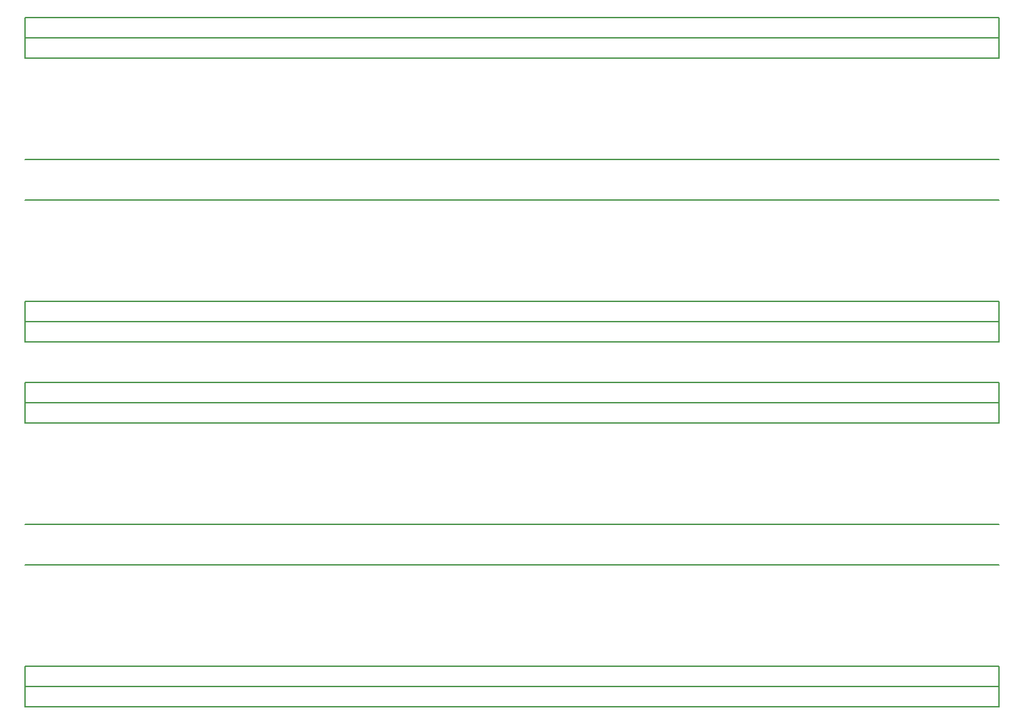
<source format=gbr>
%TF.GenerationSoftware,KiCad,Pcbnew,9.0.1*%
%TF.CreationDate,2025-05-06T23:53:55-04:00*%
%TF.ProjectId,KiCad_Stripboard,4b694361-645f-4537-9472-6970626f6172,rev?*%
%TF.SameCoordinates,Original*%
%TF.FileFunction,Legend,Bot*%
%TF.FilePolarity,Positive*%
%FSLAX46Y46*%
G04 Gerber Fmt 4.6, Leading zero omitted, Abs format (unit mm)*
G04 Created by KiCad (PCBNEW 9.0.1) date 2025-05-06 23:53:55*
%MOMM*%
%LPD*%
G01*
G04 APERTURE LIST*
%ADD10C,0.200000*%
%ADD11C,2.600000*%
%ADD12C,1.924000*%
G04 APERTURE END LIST*
D10*
X198970000Y-120760000D02*
X77050000Y-120760000D01*
X198970000Y-52180000D02*
X77050000Y-52180000D01*
X198970000Y-87740000D02*
X77050000Y-87740000D01*
X77050000Y-75040000D02*
X198970000Y-75040000D01*
X198970000Y-57260000D02*
X198970000Y-52180000D01*
X198970000Y-133460000D02*
X198970000Y-138540000D01*
X77050000Y-92820000D02*
X77050000Y-90280000D01*
X198970000Y-69960000D02*
X77050000Y-69960000D01*
X198970000Y-87740000D02*
X198970000Y-90280000D01*
X198970000Y-90280000D02*
X198970000Y-92820000D01*
X198970000Y-92820000D02*
X77050000Y-92820000D01*
X77050000Y-136000000D02*
X198970000Y-136000000D01*
X77050000Y-138540000D02*
X77050000Y-133460000D01*
X77050000Y-133460000D02*
X198970000Y-133460000D01*
X77050000Y-54720000D02*
X198970000Y-54720000D01*
X77050000Y-102980000D02*
X77050000Y-97900000D01*
X77050000Y-115680000D02*
X198970000Y-115680000D01*
X198970000Y-102980000D02*
X77050000Y-102980000D01*
X198970000Y-138540000D02*
X77050000Y-138540000D01*
X198970000Y-100440000D02*
X77050000Y-100440000D01*
X77050000Y-57260000D02*
X198970000Y-57260000D01*
X198970000Y-97900000D02*
X198970000Y-102980000D01*
X77050000Y-87740000D02*
X77050000Y-90280000D01*
X77050000Y-133460000D02*
X77050000Y-136000000D01*
X77050000Y-97900000D02*
X198970000Y-97900000D01*
X77050000Y-52180000D02*
X77050000Y-57260000D01*
X77050000Y-90280000D02*
X198970000Y-90280000D01*
%LPC*%
D11*
%TO.C,REF\u002A\u002A*%
X201000000Y-139870000D03*
%TD*%
%TO.C,REF\u002A\u002A*%
X201000000Y-49870000D03*
%TD*%
%TO.C,REF\u002A\u002A*%
X76000000Y-139870000D03*
%TD*%
%TO.C,REF\u002A\u002A*%
X76000000Y-49870000D03*
%TD*%
D12*
X141825000Y-86470000D03*
X88485000Y-134730000D03*
X185005000Y-89010000D03*
X174845000Y-63610000D03*
X129125000Y-53450000D03*
X85945000Y-76310000D03*
X98645000Y-53450000D03*
X96105000Y-109330000D03*
X98645000Y-78850000D03*
X124045000Y-129650000D03*
X91025000Y-91550000D03*
X126585000Y-61070000D03*
X85945000Y-109330000D03*
X98645000Y-137270000D03*
X182465000Y-106790000D03*
X192625000Y-76310000D03*
X179925000Y-104250000D03*
X159605000Y-114410000D03*
X124045000Y-116950000D03*
X96105000Y-119490000D03*
X149445000Y-58530000D03*
X139285000Y-104250000D03*
X136745000Y-104250000D03*
X162145000Y-116950000D03*
X174845000Y-78850000D03*
X162145000Y-99170000D03*
X78325000Y-104250000D03*
X131665000Y-119490000D03*
X80865000Y-114410000D03*
X157065000Y-137270000D03*
X91025000Y-61070000D03*
X85945000Y-114410000D03*
X93565000Y-106790000D03*
X108805000Y-127110000D03*
X190085000Y-81390000D03*
X118965000Y-81390000D03*
X159605000Y-81390000D03*
X83405000Y-116950000D03*
X96105000Y-81390000D03*
X185005000Y-109330000D03*
X131665000Y-63610000D03*
X190085000Y-91550000D03*
X101185000Y-119490000D03*
X85945000Y-116950000D03*
X98645000Y-68690000D03*
X101185000Y-116950000D03*
X85945000Y-129650000D03*
X157065000Y-114410000D03*
X108805000Y-89010000D03*
X167225000Y-76310000D03*
X154525000Y-66150000D03*
X177385000Y-78850000D03*
X182465000Y-137270000D03*
X174845000Y-99170000D03*
X96105000Y-63610000D03*
X197705000Y-71230000D03*
X192625000Y-68690000D03*
X101185000Y-55990000D03*
X98645000Y-83930000D03*
X185005000Y-124570000D03*
X179925000Y-76310000D03*
X103725000Y-104250000D03*
X131665000Y-104250000D03*
X187545000Y-122030000D03*
X113885000Y-116950000D03*
X80865000Y-111870000D03*
X157065000Y-89010000D03*
X144365000Y-73770000D03*
X182465000Y-78850000D03*
X129125000Y-129650000D03*
X111345000Y-55990000D03*
X174845000Y-73770000D03*
X124045000Y-124570000D03*
X78325000Y-58530000D03*
X195165000Y-109330000D03*
X162145000Y-71230000D03*
X98645000Y-122030000D03*
X177385000Y-91550000D03*
X129125000Y-137270000D03*
X88485000Y-137270000D03*
X101185000Y-91550000D03*
X121505000Y-63610000D03*
X93565000Y-109330000D03*
X88485000Y-104250000D03*
X164685000Y-129650000D03*
X96105000Y-58530000D03*
X88485000Y-101710000D03*
X101185000Y-61070000D03*
X106265000Y-91550000D03*
X121505000Y-124570000D03*
X93565000Y-68690000D03*
X139285000Y-61070000D03*
X108805000Y-104250000D03*
X116425000Y-76310000D03*
X197705000Y-58530000D03*
X124045000Y-134730000D03*
X151985000Y-132190000D03*
X154525000Y-106790000D03*
X154525000Y-132190000D03*
X136745000Y-73770000D03*
X126585000Y-127110000D03*
X179925000Y-129650000D03*
X167225000Y-63610000D03*
X190085000Y-63610000D03*
X144365000Y-58530000D03*
X151985000Y-109330000D03*
X118965000Y-134730000D03*
X172305000Y-53450000D03*
X80865000Y-134730000D03*
X91025000Y-116950000D03*
X78325000Y-116950000D03*
X192625000Y-83930000D03*
X167225000Y-53450000D03*
X113885000Y-76310000D03*
X134205000Y-137270000D03*
X88485000Y-129650000D03*
X179925000Y-73770000D03*
X146905000Y-111870000D03*
X157065000Y-104250000D03*
X192625000Y-66150000D03*
X129125000Y-132190000D03*
X149445000Y-81390000D03*
X157065000Y-116950000D03*
X151985000Y-63610000D03*
X197705000Y-86470000D03*
X141825000Y-122030000D03*
X139285000Y-91550000D03*
X141825000Y-109330000D03*
X80865000Y-78850000D03*
X101185000Y-109330000D03*
X154525000Y-91550000D03*
X139285000Y-116950000D03*
X113885000Y-73770000D03*
X139285000Y-109330000D03*
X106265000Y-127110000D03*
X146905000Y-81390000D03*
X154525000Y-134730000D03*
X136745000Y-129650000D03*
X88485000Y-58530000D03*
X80865000Y-101710000D03*
X169765000Y-78850000D03*
X108805000Y-129650000D03*
X179925000Y-116950000D03*
X96105000Y-111870000D03*
X146905000Y-129650000D03*
X146905000Y-134730000D03*
X146905000Y-68690000D03*
X126585000Y-122030000D03*
X144365000Y-111870000D03*
X116425000Y-137270000D03*
X174845000Y-104250000D03*
X144365000Y-83930000D03*
X144365000Y-119490000D03*
X103725000Y-63610000D03*
X195165000Y-132190000D03*
X113885000Y-78850000D03*
X101185000Y-86470000D03*
X162145000Y-134730000D03*
X80865000Y-127110000D03*
X111345000Y-53450000D03*
X85945000Y-66150000D03*
X144365000Y-55990000D03*
X179925000Y-66150000D03*
X167225000Y-101710000D03*
X159605000Y-63610000D03*
X185005000Y-104250000D03*
X157065000Y-66150000D03*
X139285000Y-101710000D03*
X149445000Y-55990000D03*
X162145000Y-127110000D03*
X103725000Y-114410000D03*
X85945000Y-83930000D03*
X134205000Y-129650000D03*
X182465000Y-66150000D03*
X98645000Y-66150000D03*
X131665000Y-83930000D03*
X106265000Y-99170000D03*
X195165000Y-91550000D03*
X177385000Y-76310000D03*
X164685000Y-71230000D03*
X103725000Y-124570000D03*
X144365000Y-137270000D03*
X111345000Y-89010000D03*
X195165000Y-137270000D03*
X185005000Y-127110000D03*
X185005000Y-116950000D03*
X139285000Y-127110000D03*
X187545000Y-104250000D03*
X98645000Y-71230000D03*
X151985000Y-106790000D03*
X159605000Y-89010000D03*
X83405000Y-104250000D03*
X124045000Y-55990000D03*
X167225000Y-109330000D03*
X111345000Y-61070000D03*
X126585000Y-91550000D03*
X116425000Y-73770000D03*
X83405000Y-129650000D03*
X164685000Y-91550000D03*
X126585000Y-129650000D03*
X124045000Y-119490000D03*
X83405000Y-119490000D03*
X195165000Y-66150000D03*
X172305000Y-61070000D03*
X179925000Y-58530000D03*
X101185000Y-106790000D03*
X111345000Y-78850000D03*
X149445000Y-132190000D03*
X190085000Y-111870000D03*
X187545000Y-71230000D03*
X154525000Y-63610000D03*
X159605000Y-76310000D03*
X149445000Y-89010000D03*
X149445000Y-124570000D03*
X174845000Y-71230000D03*
X96105000Y-124570000D03*
X113885000Y-134730000D03*
X103725000Y-109330000D03*
X177385000Y-63610000D03*
X126585000Y-71230000D03*
X78325000Y-81390000D03*
X88485000Y-83930000D03*
X85945000Y-68690000D03*
X187545000Y-53450000D03*
X108805000Y-83930000D03*
X164685000Y-55990000D03*
X108805000Y-137270000D03*
X88485000Y-127110000D03*
X197705000Y-119490000D03*
X118965000Y-66150000D03*
X146905000Y-109330000D03*
X192625000Y-91550000D03*
X91025000Y-78850000D03*
X101185000Y-89010000D03*
X108805000Y-55990000D03*
X149445000Y-106790000D03*
X131665000Y-68690000D03*
X98645000Y-114410000D03*
X141825000Y-99170000D03*
X144365000Y-106790000D03*
X177385000Y-89010000D03*
X157065000Y-53450000D03*
X136745000Y-122030000D03*
X159605000Y-61070000D03*
X195165000Y-89010000D03*
X139285000Y-134730000D03*
X154525000Y-73770000D03*
X179925000Y-137270000D03*
X169765000Y-86470000D03*
X93565000Y-116950000D03*
X121505000Y-91550000D03*
X80865000Y-58530000D03*
X162145000Y-122030000D03*
X134205000Y-73770000D03*
X182465000Y-127110000D03*
X172305000Y-104250000D03*
X192625000Y-78850000D03*
X187545000Y-86470000D03*
X187545000Y-73770000D03*
X164685000Y-73770000D03*
X164685000Y-134730000D03*
X88485000Y-63610000D03*
X174845000Y-134730000D03*
X172305000Y-76310000D03*
X116425000Y-99170000D03*
X106265000Y-119490000D03*
X190085000Y-134730000D03*
X103725000Y-132190000D03*
X126585000Y-101710000D03*
X151985000Y-114410000D03*
X149445000Y-91550000D03*
X157065000Y-132190000D03*
X118965000Y-124570000D03*
X85945000Y-111870000D03*
X93565000Y-134730000D03*
X149445000Y-129650000D03*
X103725000Y-137270000D03*
X159605000Y-86470000D03*
X108805000Y-58530000D03*
X159605000Y-124570000D03*
X169765000Y-68690000D03*
X96105000Y-76310000D03*
X98645000Y-104250000D03*
X190085000Y-101710000D03*
X167225000Y-68690000D03*
X162145000Y-104250000D03*
X118965000Y-116950000D03*
X126585000Y-66150000D03*
X124045000Y-114410000D03*
X167225000Y-61070000D03*
X195165000Y-134730000D03*
X121505000Y-66150000D03*
X131665000Y-99170000D03*
X197705000Y-124570000D03*
X187545000Y-78850000D03*
X174845000Y-61070000D03*
X80865000Y-86470000D03*
X134205000Y-111870000D03*
X164685000Y-61070000D03*
X93565000Y-86470000D03*
X101185000Y-132190000D03*
X111345000Y-124570000D03*
X134205000Y-101710000D03*
X96105000Y-134730000D03*
X187545000Y-119490000D03*
X172305000Y-63610000D03*
X192625000Y-71230000D03*
X144365000Y-104250000D03*
X124045000Y-68690000D03*
X149445000Y-86470000D03*
X83405000Y-63610000D03*
X169765000Y-106790000D03*
X88485000Y-89010000D03*
X101185000Y-73770000D03*
X111345000Y-58530000D03*
X139285000Y-73770000D03*
X167225000Y-91550000D03*
X154525000Y-61070000D03*
X154525000Y-71230000D03*
X172305000Y-106790000D03*
X177385000Y-106790000D03*
X121505000Y-129650000D03*
X169765000Y-58530000D03*
X96105000Y-73770000D03*
X78325000Y-134730000D03*
X134205000Y-127110000D03*
X139285000Y-71230000D03*
X121505000Y-137270000D03*
X185005000Y-68690000D03*
X146905000Y-78850000D03*
X149445000Y-116950000D03*
X118965000Y-68690000D03*
X101185000Y-78850000D03*
X182465000Y-114410000D03*
X157065000Y-127110000D03*
X185005000Y-119490000D03*
X126585000Y-114410000D03*
X146905000Y-73770000D03*
X144365000Y-78850000D03*
X195165000Y-122030000D03*
X116425000Y-134730000D03*
X162145000Y-106790000D03*
X83405000Y-55990000D03*
X96105000Y-66150000D03*
X195165000Y-76310000D03*
X182465000Y-134730000D03*
X174845000Y-109330000D03*
X185005000Y-101710000D03*
X118965000Y-106790000D03*
X131665000Y-55990000D03*
X162145000Y-76310000D03*
X91025000Y-68690000D03*
X187545000Y-63610000D03*
X169765000Y-116950000D03*
X96105000Y-127110000D03*
X164685000Y-109330000D03*
X108805000Y-91550000D03*
X80865000Y-53450000D03*
X187545000Y-132190000D03*
X164685000Y-116950000D03*
X164685000Y-58530000D03*
X182465000Y-55990000D03*
X121505000Y-86470000D03*
X144365000Y-53450000D03*
X190085000Y-66150000D03*
X111345000Y-86470000D03*
X116425000Y-114410000D03*
X131665000Y-122030000D03*
X141825000Y-129650000D03*
X93565000Y-73770000D03*
X111345000Y-109330000D03*
X139285000Y-81390000D03*
X139285000Y-68690000D03*
X111345000Y-68690000D03*
X185005000Y-122030000D03*
X169765000Y-127110000D03*
X185005000Y-76310000D03*
X162145000Y-63610000D03*
X167225000Y-111870000D03*
X118965000Y-129650000D03*
X103725000Y-76310000D03*
X182465000Y-61070000D03*
X154525000Y-104250000D03*
X136745000Y-76310000D03*
X187545000Y-114410000D03*
X174845000Y-101710000D03*
X118965000Y-99170000D03*
X164685000Y-76310000D03*
X162145000Y-101710000D03*
X157065000Y-63610000D03*
X91025000Y-104250000D03*
X197705000Y-114410000D03*
X101185000Y-99170000D03*
X80865000Y-137270000D03*
X103725000Y-91550000D03*
X139285000Y-99170000D03*
X91025000Y-137270000D03*
X111345000Y-99170000D03*
X124045000Y-71230000D03*
X80865000Y-109330000D03*
X80865000Y-116950000D03*
X164685000Y-83930000D03*
X192625000Y-116950000D03*
X124045000Y-81390000D03*
X195165000Y-116950000D03*
X124045000Y-58530000D03*
X103725000Y-101710000D03*
X91025000Y-119490000D03*
X164685000Y-68690000D03*
X169765000Y-134730000D03*
X159605000Y-111870000D03*
X83405000Y-122030000D03*
X144365000Y-132190000D03*
X182465000Y-86470000D03*
X144365000Y-91550000D03*
X113885000Y-109330000D03*
X103725000Y-58530000D03*
X101185000Y-104250000D03*
X159605000Y-106790000D03*
X139285000Y-119490000D03*
X124045000Y-78850000D03*
X151985000Y-134730000D03*
X169765000Y-89010000D03*
X136745000Y-111870000D03*
X116425000Y-55990000D03*
X129125000Y-63610000D03*
X126585000Y-68690000D03*
X101185000Y-129650000D03*
X179925000Y-81390000D03*
X106265000Y-61070000D03*
X164685000Y-78850000D03*
X157065000Y-58530000D03*
X83405000Y-89010000D03*
X169765000Y-71230000D03*
X96105000Y-83930000D03*
X78325000Y-78850000D03*
X116425000Y-78850000D03*
X106265000Y-111870000D03*
X129125000Y-83930000D03*
X121505000Y-119490000D03*
X149445000Y-109330000D03*
X182465000Y-89010000D03*
X141825000Y-134730000D03*
X91025000Y-99170000D03*
X157065000Y-124570000D03*
X131665000Y-134730000D03*
X96105000Y-137270000D03*
X195165000Y-114410000D03*
X162145000Y-68690000D03*
X118965000Y-111870000D03*
X172305000Y-129650000D03*
X172305000Y-119490000D03*
X129125000Y-124570000D03*
X85945000Y-124570000D03*
X187545000Y-99170000D03*
X111345000Y-81390000D03*
X78325000Y-137270000D03*
X141825000Y-137270000D03*
X85945000Y-53450000D03*
X88485000Y-111870000D03*
X126585000Y-78850000D03*
X174845000Y-81390000D03*
X167225000Y-58530000D03*
X80865000Y-81390000D03*
X172305000Y-55990000D03*
X113885000Y-132190000D03*
X83405000Y-114410000D03*
X116425000Y-89010000D03*
X169765000Y-137270000D03*
X164685000Y-132190000D03*
X159605000Y-132190000D03*
X187545000Y-129650000D03*
X121505000Y-132190000D03*
X118965000Y-73770000D03*
X157065000Y-83930000D03*
X78325000Y-53450000D03*
X179925000Y-86470000D03*
X177385000Y-53450000D03*
X146905000Y-99170000D03*
X126585000Y-58530000D03*
X159605000Y-104250000D03*
X134205000Y-89010000D03*
X167225000Y-83930000D03*
X159605000Y-91550000D03*
X195165000Y-104250000D03*
X190085000Y-122030000D03*
X149445000Y-63610000D03*
X190085000Y-114410000D03*
X185005000Y-73770000D03*
X174845000Y-132190000D03*
X157065000Y-106790000D03*
X108805000Y-71230000D03*
X93565000Y-53450000D03*
X101185000Y-101710000D03*
X93565000Y-129650000D03*
X78325000Y-76310000D03*
X151985000Y-66150000D03*
X126585000Y-99170000D03*
X93565000Y-127110000D03*
X197705000Y-78850000D03*
X126585000Y-104250000D03*
X96105000Y-106790000D03*
X187545000Y-127110000D03*
X93565000Y-71230000D03*
X187545000Y-101710000D03*
X179925000Y-53450000D03*
X159605000Y-68690000D03*
X118965000Y-122030000D03*
X101185000Y-58530000D03*
X179925000Y-124570000D03*
X169765000Y-55990000D03*
X146905000Y-124570000D03*
X169765000Y-61070000D03*
X141825000Y-83930000D03*
X78325000Y-73770000D03*
X101185000Y-127110000D03*
X185005000Y-58530000D03*
X151985000Y-68690000D03*
X162145000Y-119490000D03*
X91025000Y-129650000D03*
X126585000Y-89010000D03*
X118965000Y-71230000D03*
X88485000Y-106790000D03*
X177385000Y-132190000D03*
X172305000Y-134730000D03*
X177385000Y-122030000D03*
X93565000Y-55990000D03*
X139285000Y-122030000D03*
X111345000Y-129650000D03*
X91025000Y-89010000D03*
X134205000Y-86470000D03*
X98645000Y-99170000D03*
X85945000Y-63610000D03*
X195165000Y-61070000D03*
X149445000Y-127110000D03*
X149445000Y-114410000D03*
X116425000Y-63610000D03*
X149445000Y-134730000D03*
X101185000Y-137270000D03*
X131665000Y-124570000D03*
X167225000Y-55990000D03*
X190085000Y-129650000D03*
X106265000Y-124570000D03*
X174845000Y-53450000D03*
X126585000Y-106790000D03*
X96105000Y-78850000D03*
X121505000Y-106790000D03*
X157065000Y-71230000D03*
X167225000Y-127110000D03*
X106265000Y-137270000D03*
X172305000Y-101710000D03*
X197705000Y-76310000D03*
X101185000Y-66150000D03*
X80865000Y-119490000D03*
X159605000Y-101710000D03*
X141825000Y-101710000D03*
X121505000Y-101710000D03*
X113885000Y-114410000D03*
X131665000Y-71230000D03*
X144365000Y-122030000D03*
X164685000Y-106790000D03*
X179925000Y-78850000D03*
X141825000Y-104250000D03*
X151985000Y-89010000D03*
X172305000Y-83930000D03*
X195165000Y-63610000D03*
X192625000Y-137270000D03*
X164685000Y-63610000D03*
X149445000Y-83930000D03*
X78325000Y-66150000D03*
X80865000Y-63610000D03*
X172305000Y-78850000D03*
X151985000Y-127110000D03*
X80865000Y-122030000D03*
X169765000Y-66150000D03*
X192625000Y-124570000D03*
X177385000Y-111870000D03*
X85945000Y-55990000D03*
X146905000Y-104250000D03*
X190085000Y-73770000D03*
X182465000Y-119490000D03*
X185005000Y-81390000D03*
X129125000Y-58530000D03*
X113885000Y-119490000D03*
X78325000Y-124570000D03*
X124045000Y-106790000D03*
X154525000Y-55990000D03*
X192625000Y-81390000D03*
X157065000Y-119490000D03*
X179925000Y-119490000D03*
X136745000Y-134730000D03*
X167225000Y-86470000D03*
X91025000Y-106790000D03*
X164685000Y-89010000D03*
X88485000Y-68690000D03*
X118965000Y-86470000D03*
X141825000Y-55990000D03*
X83405000Y-111870000D03*
X144365000Y-89010000D03*
X185005000Y-55990000D03*
X149445000Y-104250000D03*
X164685000Y-104250000D03*
X151985000Y-137270000D03*
X131665000Y-101710000D03*
X177385000Y-83930000D03*
X197705000Y-129650000D03*
X141825000Y-58530000D03*
X141825000Y-127110000D03*
X108805000Y-109330000D03*
X80865000Y-89010000D03*
X136745000Y-63610000D03*
X91025000Y-132190000D03*
X134205000Y-99170000D03*
X103725000Y-116950000D03*
X174845000Y-116950000D03*
X177385000Y-104250000D03*
X139285000Y-76310000D03*
X167225000Y-124570000D03*
X179925000Y-89010000D03*
X98645000Y-129650000D03*
X124045000Y-61070000D03*
X182465000Y-104250000D03*
X144365000Y-134730000D03*
X182465000Y-63610000D03*
X167225000Y-114410000D03*
X174845000Y-111870000D03*
X197705000Y-134730000D03*
X124045000Y-101710000D03*
X129125000Y-89010000D03*
X157065000Y-91550000D03*
X111345000Y-134730000D03*
X98645000Y-86470000D03*
X103725000Y-71230000D03*
X101185000Y-122030000D03*
X139285000Y-124570000D03*
X172305000Y-132190000D03*
X179925000Y-122030000D03*
X113885000Y-106790000D03*
X197705000Y-104250000D03*
X167225000Y-78850000D03*
X108805000Y-86470000D03*
X162145000Y-61070000D03*
X85945000Y-89010000D03*
X159605000Y-134730000D03*
X83405000Y-91550000D03*
X177385000Y-134730000D03*
X113885000Y-137270000D03*
X134205000Y-55990000D03*
X93565000Y-83930000D03*
X151985000Y-104250000D03*
X129125000Y-101710000D03*
X164685000Y-66150000D03*
X182465000Y-81390000D03*
X136745000Y-99170000D03*
X182465000Y-53450000D03*
X80865000Y-132190000D03*
X192625000Y-58530000D03*
X190085000Y-99170000D03*
X134205000Y-122030000D03*
X126585000Y-81390000D03*
X108805000Y-63610000D03*
X154525000Y-89010000D03*
X91025000Y-73770000D03*
X187545000Y-109330000D03*
X172305000Y-89010000D03*
X113885000Y-127110000D03*
X121505000Y-76310000D03*
X144365000Y-68690000D03*
X169765000Y-111870000D03*
X118965000Y-78850000D03*
X88485000Y-99170000D03*
X121505000Y-78850000D03*
X131665000Y-73770000D03*
X103725000Y-127110000D03*
X103725000Y-55990000D03*
X131665000Y-132190000D03*
X101185000Y-124570000D03*
X88485000Y-124570000D03*
X162145000Y-129650000D03*
X134205000Y-61070000D03*
X192625000Y-129650000D03*
X172305000Y-116950000D03*
X136745000Y-78850000D03*
X157065000Y-55990000D03*
X185005000Y-86470000D03*
X197705000Y-73770000D03*
X162145000Y-81390000D03*
X88485000Y-53450000D03*
X141825000Y-78850000D03*
X134205000Y-63610000D03*
X106265000Y-106790000D03*
X116425000Y-124570000D03*
X151985000Y-99170000D03*
X98645000Y-124570000D03*
X116425000Y-122030000D03*
X103725000Y-73770000D03*
X144365000Y-71230000D03*
X182465000Y-83930000D03*
X162145000Y-53450000D03*
X126585000Y-83930000D03*
X139285000Y-137270000D03*
X195165000Y-86470000D03*
X116425000Y-53450000D03*
X146905000Y-122030000D03*
X126585000Y-116950000D03*
X174845000Y-89010000D03*
X91025000Y-124570000D03*
X121505000Y-99170000D03*
X134205000Y-71230000D03*
X141825000Y-76310000D03*
X124045000Y-86470000D03*
X167225000Y-81390000D03*
X106265000Y-68690000D03*
X172305000Y-73770000D03*
X78325000Y-86470000D03*
X85945000Y-58530000D03*
X83405000Y-58530000D03*
X91025000Y-76310000D03*
X192625000Y-73770000D03*
X98645000Y-76310000D03*
X190085000Y-78850000D03*
X106265000Y-71230000D03*
X98645000Y-73770000D03*
X182465000Y-91550000D03*
X78325000Y-127110000D03*
X136745000Y-101710000D03*
X113885000Y-66150000D03*
X139285000Y-106790000D03*
X124045000Y-99170000D03*
X190085000Y-89010000D03*
X88485000Y-116950000D03*
X106265000Y-53450000D03*
X78325000Y-129650000D03*
X151985000Y-81390000D03*
X129125000Y-81390000D03*
X146905000Y-63610000D03*
X149445000Y-71230000D03*
X78325000Y-99170000D03*
X139285000Y-129650000D03*
X169765000Y-119490000D03*
X124045000Y-109330000D03*
X172305000Y-91550000D03*
X192625000Y-132190000D03*
X116425000Y-127110000D03*
X129125000Y-73770000D03*
X116425000Y-71230000D03*
X136745000Y-66150000D03*
X144365000Y-99170000D03*
X141825000Y-91550000D03*
X136745000Y-106790000D03*
X124045000Y-127110000D03*
X151985000Y-55990000D03*
X118965000Y-91550000D03*
X197705000Y-116950000D03*
X106265000Y-55990000D03*
X108805000Y-61070000D03*
X151985000Y-122030000D03*
X80865000Y-71230000D03*
X190085000Y-71230000D03*
X177385000Y-73770000D03*
X197705000Y-99170000D03*
X197705000Y-132190000D03*
X177385000Y-116950000D03*
X129125000Y-55990000D03*
X146905000Y-55990000D03*
X80865000Y-99170000D03*
X167225000Y-104250000D03*
X106265000Y-58530000D03*
X179925000Y-63610000D03*
X116425000Y-116950000D03*
X154525000Y-127110000D03*
X192625000Y-111870000D03*
X126585000Y-134730000D03*
X146905000Y-53450000D03*
X144365000Y-109330000D03*
X167225000Y-73770000D03*
X88485000Y-76310000D03*
X83405000Y-86470000D03*
X103725000Y-89010000D03*
X136745000Y-89010000D03*
X93565000Y-114410000D03*
X162145000Y-114410000D03*
X154525000Y-129650000D03*
X131665000Y-111870000D03*
X190085000Y-127110000D03*
X106265000Y-122030000D03*
X174845000Y-124570000D03*
X103725000Y-119490000D03*
X131665000Y-91550000D03*
X134205000Y-81390000D03*
X118965000Y-101710000D03*
X185005000Y-83930000D03*
X85945000Y-71230000D03*
X78325000Y-122030000D03*
X185005000Y-106790000D03*
X179925000Y-132190000D03*
X159605000Y-137270000D03*
X129125000Y-61070000D03*
X169765000Y-73770000D03*
X136745000Y-109330000D03*
X106265000Y-73770000D03*
X98645000Y-63610000D03*
X141825000Y-132190000D03*
X174845000Y-66150000D03*
X195165000Y-127110000D03*
X83405000Y-83930000D03*
X103725000Y-122030000D03*
X151985000Y-86470000D03*
X154525000Y-53450000D03*
X190085000Y-106790000D03*
X146905000Y-76310000D03*
X167225000Y-134730000D03*
X157065000Y-101710000D03*
X136745000Y-137270000D03*
X187545000Y-137270000D03*
X134205000Y-106790000D03*
X177385000Y-99170000D03*
X172305000Y-86470000D03*
X131665000Y-61070000D03*
X159605000Y-66150000D03*
X136745000Y-71230000D03*
X136745000Y-58530000D03*
X116425000Y-81390000D03*
X116425000Y-91550000D03*
X182465000Y-132190000D03*
X159605000Y-109330000D03*
X177385000Y-127110000D03*
X113885000Y-81390000D03*
X98645000Y-134730000D03*
X146905000Y-61070000D03*
X157065000Y-122030000D03*
X113885000Y-129650000D03*
X93565000Y-104250000D03*
X174845000Y-106790000D03*
X91025000Y-114410000D03*
X83405000Y-124570000D03*
X151985000Y-76310000D03*
X185005000Y-78850000D03*
X169765000Y-76310000D03*
X116425000Y-129650000D03*
X185005000Y-66150000D03*
X108805000Y-68690000D03*
X113885000Y-124570000D03*
X78325000Y-61070000D03*
X154525000Y-116950000D03*
X139285000Y-132190000D03*
X106265000Y-134730000D03*
X96105000Y-89010000D03*
X154525000Y-101710000D03*
X197705000Y-61070000D03*
X187545000Y-134730000D03*
X185005000Y-134730000D03*
X144365000Y-127110000D03*
X192625000Y-134730000D03*
X179925000Y-114410000D03*
X96105000Y-55990000D03*
X131665000Y-129650000D03*
X108805000Y-124570000D03*
X91025000Y-53450000D03*
X141825000Y-53450000D03*
X124045000Y-111870000D03*
X121505000Y-127110000D03*
X131665000Y-86470000D03*
X134205000Y-109330000D03*
X154525000Y-122030000D03*
X106265000Y-101710000D03*
X96105000Y-68690000D03*
X108805000Y-73770000D03*
X179925000Y-99170000D03*
X85945000Y-127110000D03*
X113885000Y-68690000D03*
X146905000Y-91550000D03*
X83405000Y-78850000D03*
X169765000Y-83930000D03*
X116425000Y-86470000D03*
X177385000Y-61070000D03*
X197705000Y-89010000D03*
X185005000Y-129650000D03*
X197705000Y-101710000D03*
X185005000Y-137270000D03*
X121505000Y-116950000D03*
X195165000Y-99170000D03*
X118965000Y-83930000D03*
X116425000Y-61070000D03*
X131665000Y-106790000D03*
X192625000Y-106790000D03*
X93565000Y-124570000D03*
X129125000Y-116950000D03*
X149445000Y-122030000D03*
X96105000Y-114410000D03*
X190085000Y-116950000D03*
X149445000Y-101710000D03*
X149445000Y-68690000D03*
X129125000Y-78850000D03*
X103725000Y-61070000D03*
X88485000Y-132190000D03*
X116425000Y-101710000D03*
X197705000Y-68690000D03*
X118965000Y-76310000D03*
X78325000Y-71230000D03*
X121505000Y-109330000D03*
X159605000Y-83930000D03*
X157065000Y-81390000D03*
X187545000Y-58530000D03*
X116425000Y-68690000D03*
X192625000Y-55990000D03*
X126585000Y-86470000D03*
X174845000Y-55990000D03*
X185005000Y-111870000D03*
X106265000Y-63610000D03*
X136745000Y-119490000D03*
X144365000Y-81390000D03*
X98645000Y-101710000D03*
X179925000Y-61070000D03*
X88485000Y-66150000D03*
X141825000Y-68690000D03*
X93565000Y-122030000D03*
X111345000Y-114410000D03*
X136745000Y-91550000D03*
X116425000Y-109330000D03*
X124045000Y-76310000D03*
X101185000Y-134730000D03*
X187545000Y-68690000D03*
X121505000Y-58530000D03*
X151985000Y-61070000D03*
X151985000Y-73770000D03*
X141825000Y-66150000D03*
X85945000Y-104250000D03*
X126585000Y-124570000D03*
X126585000Y-76310000D03*
X96105000Y-116950000D03*
X131665000Y-127110000D03*
X182465000Y-101710000D03*
X83405000Y-134730000D03*
X98645000Y-61070000D03*
X169765000Y-53450000D03*
X88485000Y-78850000D03*
X192625000Y-101710000D03*
X80865000Y-91550000D03*
X134205000Y-53450000D03*
X98645000Y-109330000D03*
X108805000Y-106790000D03*
X144365000Y-76310000D03*
X187545000Y-111870000D03*
X131665000Y-53450000D03*
X124045000Y-63610000D03*
X106265000Y-76310000D03*
X162145000Y-132190000D03*
X113885000Y-89010000D03*
X190085000Y-83930000D03*
X78325000Y-83930000D03*
X96105000Y-129650000D03*
X174845000Y-86470000D03*
X151985000Y-129650000D03*
X85945000Y-91550000D03*
X91025000Y-111870000D03*
X93565000Y-61070000D03*
X159605000Y-129650000D03*
X179925000Y-109330000D03*
X179925000Y-83930000D03*
X83405000Y-81390000D03*
X195165000Y-111870000D03*
X78325000Y-101710000D03*
X101185000Y-53450000D03*
X106265000Y-132190000D03*
X157065000Y-86470000D03*
X139285000Y-66150000D03*
X197705000Y-122030000D03*
X185005000Y-114410000D03*
X134205000Y-58530000D03*
X118965000Y-89010000D03*
X78325000Y-109330000D03*
X111345000Y-76310000D03*
X182465000Y-129650000D03*
X162145000Y-124570000D03*
X96105000Y-53450000D03*
X169765000Y-109330000D03*
X151985000Y-111870000D03*
X182465000Y-68690000D03*
X185005000Y-91550000D03*
X80865000Y-66150000D03*
X118965000Y-119490000D03*
X134205000Y-66150000D03*
X96105000Y-86470000D03*
X141825000Y-81390000D03*
X118965000Y-53450000D03*
X134205000Y-104250000D03*
X197705000Y-91550000D03*
X93565000Y-99170000D03*
X121505000Y-71230000D03*
X124045000Y-89010000D03*
X190085000Y-76310000D03*
X101185000Y-111870000D03*
X197705000Y-137270000D03*
X78325000Y-63610000D03*
X167225000Y-132190000D03*
X192625000Y-99170000D03*
X106265000Y-89010000D03*
X124045000Y-137270000D03*
X174845000Y-119490000D03*
X164685000Y-86470000D03*
X85945000Y-61070000D03*
X121505000Y-104250000D03*
X141825000Y-124570000D03*
X141825000Y-89010000D03*
X134205000Y-91550000D03*
X139285000Y-89010000D03*
X197705000Y-66150000D03*
X111345000Y-73770000D03*
X93565000Y-132190000D03*
X103725000Y-68690000D03*
X151985000Y-91550000D03*
X108805000Y-119490000D03*
X103725000Y-83930000D03*
X195165000Y-119490000D03*
X101185000Y-63610000D03*
X126585000Y-53450000D03*
X85945000Y-81390000D03*
X192625000Y-122030000D03*
X149445000Y-78850000D03*
X162145000Y-73770000D03*
X101185000Y-68690000D03*
X83405000Y-68690000D03*
X80865000Y-129650000D03*
X78325000Y-55990000D03*
X78325000Y-119490000D03*
X111345000Y-71230000D03*
X131665000Y-66150000D03*
X146905000Y-89010000D03*
X162145000Y-78850000D03*
X121505000Y-134730000D03*
X113885000Y-58530000D03*
X169765000Y-63610000D03*
X129125000Y-114410000D03*
X108805000Y-111870000D03*
X149445000Y-66150000D03*
X187545000Y-116950000D03*
X118965000Y-132190000D03*
X146905000Y-132190000D03*
X113885000Y-53450000D03*
X169765000Y-101710000D03*
X151985000Y-116950000D03*
X190085000Y-86470000D03*
X182465000Y-73770000D03*
X129125000Y-106790000D03*
X195165000Y-53450000D03*
X118965000Y-55990000D03*
X149445000Y-111870000D03*
X179925000Y-68690000D03*
X103725000Y-78850000D03*
X172305000Y-127110000D03*
X164685000Y-137270000D03*
X190085000Y-55990000D03*
X118965000Y-104250000D03*
X129125000Y-111870000D03*
X174845000Y-122030000D03*
X121505000Y-68690000D03*
X192625000Y-89010000D03*
X78325000Y-111870000D03*
X146905000Y-58530000D03*
X162145000Y-109330000D03*
X131665000Y-137270000D03*
X111345000Y-116950000D03*
X167225000Y-122030000D03*
X91025000Y-127110000D03*
X192625000Y-127110000D03*
X164685000Y-111870000D03*
X172305000Y-124570000D03*
X139285000Y-114410000D03*
X113885000Y-104250000D03*
X83405000Y-132190000D03*
X190085000Y-119490000D03*
X83405000Y-73770000D03*
X151985000Y-101710000D03*
X121505000Y-122030000D03*
X129125000Y-134730000D03*
X136745000Y-53450000D03*
X157065000Y-111870000D03*
X149445000Y-99170000D03*
X85945000Y-73770000D03*
X154525000Y-81390000D03*
X136745000Y-61070000D03*
X101185000Y-83930000D03*
X136745000Y-55990000D03*
X146905000Y-116950000D03*
X134205000Y-68690000D03*
X126585000Y-111870000D03*
X187545000Y-91550000D03*
X177385000Y-58530000D03*
X190085000Y-109330000D03*
X91025000Y-122030000D03*
X111345000Y-127110000D03*
X83405000Y-137270000D03*
X182465000Y-58530000D03*
X96105000Y-91550000D03*
X146905000Y-83930000D03*
X174845000Y-83930000D03*
X179925000Y-111870000D03*
X93565000Y-81390000D03*
X157065000Y-68690000D03*
X162145000Y-91550000D03*
X190085000Y-124570000D03*
X167225000Y-119490000D03*
X98645000Y-132190000D03*
X106265000Y-83930000D03*
X162145000Y-89010000D03*
X192625000Y-119490000D03*
X121505000Y-89010000D03*
X159605000Y-78850000D03*
X179925000Y-71230000D03*
X80865000Y-68690000D03*
X111345000Y-106790000D03*
X141825000Y-111870000D03*
X195165000Y-73770000D03*
X195165000Y-55990000D03*
X174845000Y-114410000D03*
X177385000Y-66150000D03*
X124045000Y-73770000D03*
X131665000Y-109330000D03*
X108805000Y-114410000D03*
X157065000Y-129650000D03*
X111345000Y-122030000D03*
X111345000Y-132190000D03*
X113885000Y-101710000D03*
X195165000Y-106790000D03*
X103725000Y-134730000D03*
X111345000Y-101710000D03*
X172305000Y-71230000D03*
X108805000Y-134730000D03*
X179925000Y-101710000D03*
X141825000Y-61070000D03*
X103725000Y-53450000D03*
X121505000Y-73770000D03*
X98645000Y-89010000D03*
X154525000Y-137270000D03*
X78325000Y-68690000D03*
X93565000Y-89010000D03*
X106265000Y-114410000D03*
X190085000Y-104250000D03*
X80865000Y-83930000D03*
X85945000Y-122030000D03*
X108805000Y-116950000D03*
X197705000Y-106790000D03*
X121505000Y-53450000D03*
X139285000Y-86470000D03*
X197705000Y-81390000D03*
X192625000Y-104250000D03*
X131665000Y-76310000D03*
X177385000Y-55990000D03*
X177385000Y-109330000D03*
X172305000Y-114410000D03*
X101185000Y-71230000D03*
X124045000Y-132190000D03*
X187545000Y-89010000D03*
X172305000Y-109330000D03*
X182465000Y-124570000D03*
X144365000Y-63610000D03*
X136745000Y-127110000D03*
X113885000Y-122030000D03*
X197705000Y-53450000D03*
X111345000Y-119490000D03*
X144365000Y-86470000D03*
X164685000Y-114410000D03*
X93565000Y-91550000D03*
X126585000Y-109330000D03*
X167225000Y-89010000D03*
X172305000Y-66150000D03*
X88485000Y-81390000D03*
X129125000Y-71230000D03*
X151985000Y-58530000D03*
X131665000Y-81390000D03*
X118965000Y-58530000D03*
X88485000Y-109330000D03*
X154525000Y-83930000D03*
X187545000Y-61070000D03*
X108805000Y-66150000D03*
X195165000Y-129650000D03*
X106265000Y-86470000D03*
X159605000Y-99170000D03*
X177385000Y-124570000D03*
X162145000Y-58530000D03*
X151985000Y-119490000D03*
X174845000Y-127110000D03*
X93565000Y-119490000D03*
X139285000Y-83930000D03*
X116425000Y-83930000D03*
X98645000Y-111870000D03*
X88485000Y-73770000D03*
X85945000Y-106790000D03*
X190085000Y-53450000D03*
X80865000Y-106790000D03*
X151985000Y-78850000D03*
X106265000Y-66150000D03*
X187545000Y-83930000D03*
X139285000Y-58530000D03*
X129125000Y-68690000D03*
X136745000Y-132190000D03*
X182465000Y-109330000D03*
X157065000Y-76310000D03*
X192625000Y-63610000D03*
X182465000Y-99170000D03*
X124045000Y-91550000D03*
X146905000Y-101710000D03*
X124045000Y-53450000D03*
X141825000Y-73770000D03*
X111345000Y-137270000D03*
X85945000Y-132190000D03*
X151985000Y-83930000D03*
X185005000Y-99170000D03*
X157065000Y-73770000D03*
X80865000Y-76310000D03*
X96105000Y-104250000D03*
X195165000Y-58530000D03*
X154525000Y-124570000D03*
X144365000Y-61070000D03*
X195165000Y-78850000D03*
X93565000Y-66150000D03*
X85945000Y-119490000D03*
X167225000Y-71230000D03*
X129125000Y-99170000D03*
X85945000Y-137270000D03*
X197705000Y-127110000D03*
X101185000Y-81390000D03*
X164685000Y-127110000D03*
X146905000Y-86470000D03*
X159605000Y-119490000D03*
X136745000Y-116950000D03*
X129125000Y-91550000D03*
X116425000Y-111870000D03*
X195165000Y-68690000D03*
X103725000Y-99170000D03*
X85945000Y-86470000D03*
X146905000Y-127110000D03*
X141825000Y-116950000D03*
X169765000Y-122030000D03*
X136745000Y-83930000D03*
X141825000Y-71230000D03*
X167225000Y-106790000D03*
X141825000Y-114410000D03*
X91025000Y-58530000D03*
X108805000Y-132190000D03*
X174845000Y-137270000D03*
X85945000Y-99170000D03*
X113885000Y-111870000D03*
X172305000Y-137270000D03*
X177385000Y-71230000D03*
X106265000Y-78850000D03*
X83405000Y-106790000D03*
X113885000Y-86470000D03*
X146905000Y-119490000D03*
X149445000Y-137270000D03*
X141825000Y-119490000D03*
X154525000Y-119490000D03*
X172305000Y-99170000D03*
X187545000Y-66150000D03*
X83405000Y-53450000D03*
X174845000Y-76310000D03*
X187545000Y-55990000D03*
X85945000Y-101710000D03*
X126585000Y-137270000D03*
X124045000Y-104250000D03*
X195165000Y-71230000D03*
X121505000Y-81390000D03*
X157065000Y-78850000D03*
X185005000Y-132190000D03*
X78325000Y-106790000D03*
X169765000Y-81390000D03*
X185005000Y-71230000D03*
X88485000Y-71230000D03*
X85945000Y-78850000D03*
X118965000Y-114410000D03*
X159605000Y-116950000D03*
X88485000Y-61070000D03*
X111345000Y-63610000D03*
X129125000Y-66150000D03*
X174845000Y-91550000D03*
X103725000Y-111870000D03*
X111345000Y-104250000D03*
X134205000Y-116950000D03*
X177385000Y-129650000D03*
X108805000Y-76310000D03*
X91025000Y-101710000D03*
X131665000Y-114410000D03*
X139285000Y-78850000D03*
X116425000Y-66150000D03*
X96105000Y-71230000D03*
X88485000Y-55990000D03*
X154525000Y-99170000D03*
X187545000Y-76310000D03*
X190085000Y-58530000D03*
X91025000Y-71230000D03*
X131665000Y-78850000D03*
X106265000Y-109330000D03*
X98645000Y-91550000D03*
X159605000Y-58530000D03*
X126585000Y-132190000D03*
X129125000Y-119490000D03*
X91025000Y-134730000D03*
X121505000Y-55990000D03*
X98645000Y-119490000D03*
X93565000Y-137270000D03*
X149445000Y-119490000D03*
X134205000Y-132190000D03*
X157065000Y-61070000D03*
X146905000Y-114410000D03*
X159605000Y-73770000D03*
X177385000Y-68690000D03*
X116425000Y-119490000D03*
X169765000Y-124570000D03*
X169765000Y-104250000D03*
X91025000Y-63610000D03*
X182465000Y-111870000D03*
X88485000Y-114410000D03*
X144365000Y-101710000D03*
X83405000Y-76310000D03*
X197705000Y-55990000D03*
X177385000Y-101710000D03*
X91025000Y-66150000D03*
X162145000Y-137270000D03*
X157065000Y-134730000D03*
X134205000Y-134730000D03*
X88485000Y-122030000D03*
X167225000Y-66150000D03*
X134205000Y-119490000D03*
X91025000Y-83930000D03*
X187545000Y-81390000D03*
X98645000Y-116950000D03*
X134205000Y-83930000D03*
X154525000Y-68690000D03*
X139285000Y-111870000D03*
X108805000Y-99170000D03*
X172305000Y-58530000D03*
X131665000Y-58530000D03*
X192625000Y-61070000D03*
X118965000Y-63610000D03*
X118965000Y-61070000D03*
X98645000Y-55990000D03*
X149445000Y-53450000D03*
X197705000Y-63610000D03*
X139285000Y-63610000D03*
X129125000Y-76310000D03*
X174845000Y-68690000D03*
X80865000Y-55990000D03*
X144365000Y-66150000D03*
X91025000Y-86470000D03*
X192625000Y-53450000D03*
X139285000Y-53450000D03*
X129125000Y-86470000D03*
X177385000Y-137270000D03*
X113885000Y-61070000D03*
X177385000Y-86470000D03*
X154525000Y-86470000D03*
X118965000Y-127110000D03*
X164685000Y-99170000D03*
X167225000Y-137270000D03*
X144365000Y-114410000D03*
X80865000Y-61070000D03*
X93565000Y-101710000D03*
X136745000Y-81390000D03*
X195165000Y-83930000D03*
X164685000Y-101710000D03*
X113885000Y-63610000D03*
X136745000Y-114410000D03*
X108805000Y-122030000D03*
X179925000Y-106790000D03*
X149445000Y-61070000D03*
X118965000Y-109330000D03*
X167225000Y-129650000D03*
X136745000Y-86470000D03*
X136745000Y-68690000D03*
X146905000Y-137270000D03*
X154525000Y-76310000D03*
X83405000Y-101710000D03*
X106265000Y-81390000D03*
X108805000Y-81390000D03*
X121505000Y-83930000D03*
X83405000Y-71230000D03*
X154525000Y-58530000D03*
X172305000Y-81390000D03*
X162145000Y-86470000D03*
X192625000Y-109330000D03*
X162145000Y-83930000D03*
X129125000Y-127110000D03*
X93565000Y-58530000D03*
X172305000Y-122030000D03*
X185005000Y-63610000D03*
X190085000Y-61070000D03*
X116425000Y-104250000D03*
X167225000Y-116950000D03*
X98645000Y-106790000D03*
X118965000Y-137270000D03*
X162145000Y-55990000D03*
X116425000Y-106790000D03*
X103725000Y-66150000D03*
X164685000Y-124570000D03*
X124045000Y-122030000D03*
X192625000Y-86470000D03*
X103725000Y-81390000D03*
X83405000Y-127110000D03*
X134205000Y-76310000D03*
X88485000Y-91550000D03*
X103725000Y-106790000D03*
X177385000Y-114410000D03*
X83405000Y-109330000D03*
X96105000Y-132190000D03*
X98645000Y-58530000D03*
X151985000Y-124570000D03*
X190085000Y-137270000D03*
X182465000Y-71230000D03*
X177385000Y-119490000D03*
X182465000Y-122030000D03*
X159605000Y-122030000D03*
X157065000Y-109330000D03*
X162145000Y-111870000D03*
X131665000Y-89010000D03*
X80865000Y-124570000D03*
X93565000Y-78850000D03*
X121505000Y-111870000D03*
X96105000Y-122030000D03*
X83405000Y-66150000D03*
X164685000Y-81390000D03*
X195165000Y-101710000D03*
X93565000Y-76310000D03*
X85945000Y-134730000D03*
X146905000Y-71230000D03*
X126585000Y-119490000D03*
X116425000Y-58530000D03*
X187545000Y-106790000D03*
X159605000Y-127110000D03*
X96105000Y-101710000D03*
X126585000Y-55990000D03*
X103725000Y-86470000D03*
X78325000Y-89010000D03*
X144365000Y-116950000D03*
X124045000Y-66150000D03*
X174845000Y-58530000D03*
X88485000Y-86470000D03*
X154525000Y-109330000D03*
X172305000Y-68690000D03*
X83405000Y-99170000D03*
X141825000Y-63610000D03*
X136745000Y-124570000D03*
X101185000Y-76310000D03*
X157065000Y-99170000D03*
X159605000Y-55990000D03*
X108805000Y-53450000D03*
X124045000Y-83930000D03*
X108805000Y-101710000D03*
X111345000Y-111870000D03*
X121505000Y-114410000D03*
X146905000Y-106790000D03*
X139285000Y-55990000D03*
X185005000Y-61070000D03*
X154525000Y-78850000D03*
X195165000Y-81390000D03*
X169765000Y-99170000D03*
X151985000Y-71230000D03*
X103725000Y-129650000D03*
X179925000Y-91550000D03*
X169765000Y-114410000D03*
X116425000Y-132190000D03*
X113885000Y-83930000D03*
X78325000Y-114410000D03*
X106265000Y-104250000D03*
X192625000Y-114410000D03*
X159605000Y-53450000D03*
X96105000Y-99170000D03*
X111345000Y-83930000D03*
X106265000Y-129650000D03*
X78325000Y-91550000D03*
X151985000Y-53450000D03*
X91025000Y-55990000D03*
X129125000Y-109330000D03*
X185005000Y-53450000D03*
X154525000Y-114410000D03*
X129125000Y-104250000D03*
X162145000Y-66150000D03*
X91025000Y-109330000D03*
X159605000Y-71230000D03*
X167225000Y-99170000D03*
X88485000Y-119490000D03*
X195165000Y-124570000D03*
X179925000Y-134730000D03*
X98645000Y-127110000D03*
X149445000Y-76310000D03*
X111345000Y-66150000D03*
X187545000Y-124570000D03*
X141825000Y-106790000D03*
X80865000Y-73770000D03*
X98645000Y-81390000D03*
X134205000Y-124570000D03*
X78325000Y-132190000D03*
X164685000Y-119490000D03*
X129125000Y-122030000D03*
X113885000Y-55990000D03*
X182465000Y-116950000D03*
X113885000Y-99170000D03*
X146905000Y-66150000D03*
X154525000Y-111870000D03*
X83405000Y-61070000D03*
X106265000Y-116950000D03*
X144365000Y-124570000D03*
X134205000Y-78850000D03*
X134205000Y-114410000D03*
X179925000Y-55990000D03*
X131665000Y-116950000D03*
X101185000Y-114410000D03*
X149445000Y-73770000D03*
X164685000Y-122030000D03*
X113885000Y-91550000D03*
X174845000Y-129650000D03*
X144365000Y-129650000D03*
X93565000Y-63610000D03*
X126585000Y-63610000D03*
X80865000Y-104250000D03*
X169765000Y-129650000D03*
X111345000Y-91550000D03*
X108805000Y-78850000D03*
X121505000Y-61070000D03*
X113885000Y-71230000D03*
X182465000Y-76310000D03*
X190085000Y-68690000D03*
X126585000Y-73770000D03*
X96105000Y-61070000D03*
X93565000Y-111870000D03*
X190085000Y-132190000D03*
X169765000Y-132190000D03*
X179925000Y-127110000D03*
X91025000Y-81390000D03*
X177385000Y-81390000D03*
X197705000Y-109330000D03*
X197705000Y-111870000D03*
X197705000Y-83930000D03*
X164685000Y-53450000D03*
X172305000Y-111870000D03*
X169765000Y-91550000D03*
%LPD*%
M02*

</source>
